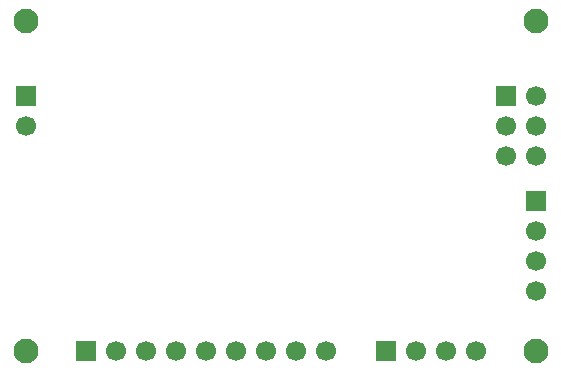
<source format=gbr>
%TF.GenerationSoftware,KiCad,Pcbnew,9.0.1*%
%TF.CreationDate,2025-04-10T12:08:20+02:00*%
%TF.ProjectId,MCU_datalogger,4d43555f-6461-4746-916c-6f676765722e,rev?*%
%TF.SameCoordinates,Original*%
%TF.FileFunction,Soldermask,Bot*%
%TF.FilePolarity,Negative*%
%FSLAX46Y46*%
G04 Gerber Fmt 4.6, Leading zero omitted, Abs format (unit mm)*
G04 Created by KiCad (PCBNEW 9.0.1) date 2025-04-10 12:08:20*
%MOMM*%
%LPD*%
G01*
G04 APERTURE LIST*
%ADD10C,1.700000*%
%ADD11R,1.700000X1.700000*%
%ADD12C,2.100000*%
G04 APERTURE END LIST*
D10*
%TO.C,J1*%
X171450000Y-107950000D03*
X171450000Y-105410000D03*
X171450000Y-102870000D03*
D11*
X171450000Y-100330000D03*
%TD*%
D12*
%TO.C,H1*%
X128270000Y-85090000D03*
%TD*%
D11*
%TO.C,J3*%
X158750000Y-113030000D03*
D10*
X161290000Y-113030000D03*
X163830000Y-113030000D03*
X166370000Y-113030000D03*
%TD*%
D12*
%TO.C,H2*%
X171450000Y-85090000D03*
%TD*%
%TO.C,H4*%
X171450000Y-113030000D03*
%TD*%
D11*
%TO.C,BT1*%
X128270000Y-91440000D03*
D10*
X128270000Y-93980000D03*
%TD*%
D11*
%TO.C,J2*%
X133350000Y-113030000D03*
D10*
X135890000Y-113030000D03*
X138430000Y-113030000D03*
X140970000Y-113030000D03*
X143510000Y-113030000D03*
X146050000Y-113030000D03*
X148590000Y-113030000D03*
X151130000Y-113030000D03*
X153670000Y-113030000D03*
%TD*%
D12*
%TO.C,H3*%
X128270000Y-113030000D03*
%TD*%
D11*
%TO.C,J4*%
X168910000Y-91440000D03*
D10*
X171450000Y-91440000D03*
X168910000Y-93980000D03*
X171450000Y-93980000D03*
X168910000Y-96520000D03*
X171450000Y-96520000D03*
%TD*%
M02*

</source>
